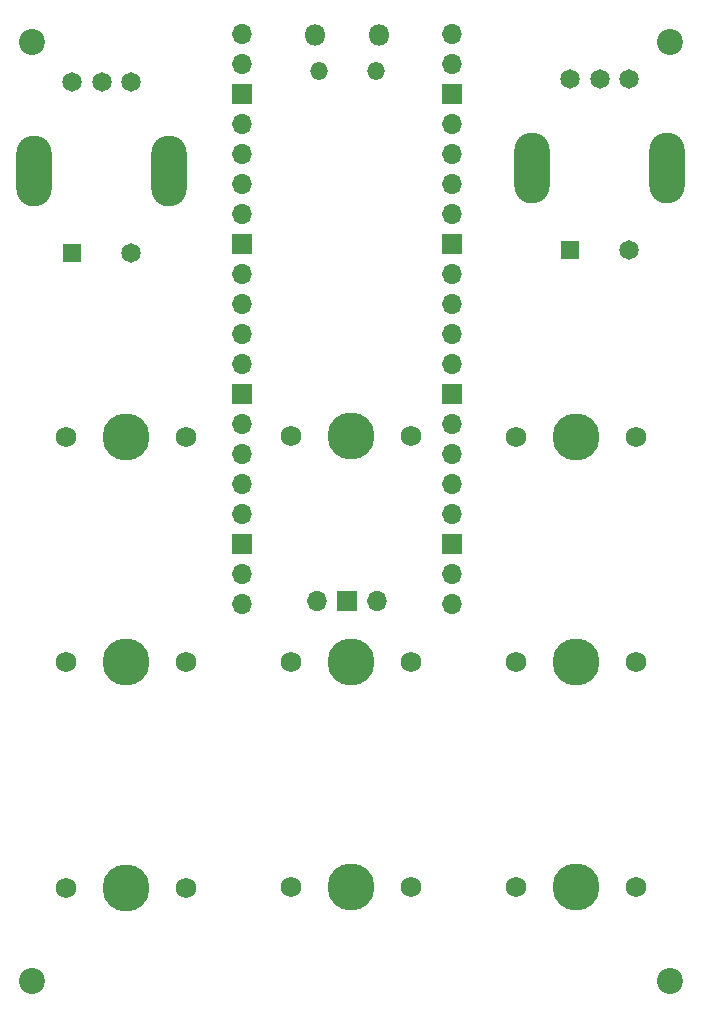
<source format=gbr>
%TF.GenerationSoftware,KiCad,Pcbnew,7.0.2*%
%TF.CreationDate,2023-06-06T14:02:04-04:00*%
%TF.ProjectId,Goufi_v1,476f7566-695f-4763-912e-6b696361645f,rev?*%
%TF.SameCoordinates,Original*%
%TF.FileFunction,Soldermask,Top*%
%TF.FilePolarity,Negative*%
%FSLAX46Y46*%
G04 Gerber Fmt 4.6, Leading zero omitted, Abs format (unit mm)*
G04 Created by KiCad (PCBNEW 7.0.2) date 2023-06-06 14:02:04*
%MOMM*%
%LPD*%
G01*
G04 APERTURE LIST*
%ADD10C,1.750000*%
%ADD11C,3.987800*%
%ADD12R,1.650000X1.650000*%
%ADD13C,1.650000*%
%ADD14O,3.000000X6.000000*%
%ADD15O,1.800000X1.800000*%
%ADD16O,1.500000X1.500000*%
%ADD17O,1.700000X1.700000*%
%ADD18R,1.700000X1.700000*%
%ADD19C,2.200000*%
G04 APERTURE END LIST*
D10*
%TO.C,MX7*%
X158654038Y-85966865D03*
D11*
X153574038Y-85966865D03*
D10*
X148494038Y-85966865D03*
%TD*%
D12*
%TO.C,MT2*%
X153091100Y-70152000D03*
D13*
X158091100Y-70152000D03*
X153091100Y-55652000D03*
X158091100Y-55652000D03*
X155591100Y-55652000D03*
D14*
X149891100Y-63152000D03*
X161291100Y-63152000D03*
%TD*%
D12*
%TO.C,MT1*%
X110927100Y-70406000D03*
D13*
X115927100Y-70406000D03*
X110927100Y-55906000D03*
X115927100Y-55906000D03*
X113427100Y-55906000D03*
D14*
X107727100Y-63406000D03*
X119127100Y-63406000D03*
%TD*%
D15*
%TO.C,U1*%
X136930038Y-51965365D03*
D16*
X136630038Y-54995365D03*
X131780038Y-54995365D03*
D15*
X131480038Y-51965365D03*
D17*
X143095038Y-51835365D03*
X143095038Y-54375365D03*
D18*
X143095038Y-56915365D03*
D17*
X143095038Y-59455365D03*
X143095038Y-61995365D03*
X143095038Y-64535365D03*
X143095038Y-67075365D03*
D18*
X143095038Y-69615365D03*
D17*
X143095038Y-72155365D03*
X143095038Y-74695365D03*
X143095038Y-77235365D03*
X143095038Y-79775365D03*
D18*
X143095038Y-82315365D03*
D17*
X143095038Y-84855365D03*
X143095038Y-87395365D03*
X143095038Y-89935365D03*
X143095038Y-92475365D03*
D18*
X143095038Y-95015365D03*
D17*
X143095038Y-97555365D03*
X143095038Y-100095365D03*
X125315038Y-100095365D03*
X125315038Y-97555365D03*
D18*
X125315038Y-95015365D03*
D17*
X125315038Y-92475365D03*
X125315038Y-89935365D03*
X125315038Y-87395365D03*
X125315038Y-84855365D03*
D18*
X125315038Y-82315365D03*
D17*
X125315038Y-79775365D03*
X125315038Y-77235365D03*
X125315038Y-74695365D03*
X125315038Y-72155365D03*
D18*
X125315038Y-69615365D03*
D17*
X125315038Y-67075365D03*
X125315038Y-64535365D03*
X125315038Y-61995365D03*
X125315038Y-59455365D03*
D18*
X125315038Y-56915365D03*
D17*
X125315038Y-54375365D03*
X125315038Y-51835365D03*
X136745038Y-99865365D03*
D18*
X134205038Y-99865365D03*
D17*
X131665038Y-99865365D03*
%TD*%
D10*
%TO.C,MX4*%
X139604938Y-85910000D03*
D11*
X134524938Y-85910000D03*
D10*
X129444938Y-85910000D03*
%TD*%
%TO.C,MX1*%
X120544938Y-85952865D03*
D11*
X115464938Y-85952865D03*
D10*
X110384938Y-85952865D03*
%TD*%
D19*
%TO.C,REF\u002A\u002A*%
X161500000Y-132000000D03*
%TD*%
D10*
%TO.C,MX2*%
X120556438Y-105015665D03*
D11*
X115476438Y-105015665D03*
D10*
X110396438Y-105015665D03*
%TD*%
%TO.C,MX3*%
X120556438Y-124107865D03*
D11*
X115476438Y-124107865D03*
D10*
X110396438Y-124107865D03*
%TD*%
%TO.C,MX8*%
X158654438Y-105015665D03*
D11*
X153574438Y-105015665D03*
D10*
X148494438Y-105015665D03*
%TD*%
%TO.C,MX5*%
X139634938Y-104970000D03*
D11*
X134554938Y-104970000D03*
D10*
X129474938Y-104970000D03*
%TD*%
D19*
%TO.C,REF\u002A\u002A*%
X161500000Y-52500000D03*
%TD*%
%TO.C,REF\u002A\u002A*%
X107500000Y-52500000D03*
%TD*%
%TO.C,REF\u002A\u002A*%
X107500000Y-132000000D03*
%TD*%
D10*
%TO.C,MX9*%
X158654938Y-124060000D03*
D11*
X153574938Y-124060000D03*
D10*
X148494938Y-124060000D03*
%TD*%
%TO.C,MX6*%
X139605638Y-124064465D03*
D11*
X134525638Y-124064465D03*
D10*
X129445638Y-124064465D03*
%TD*%
M02*

</source>
